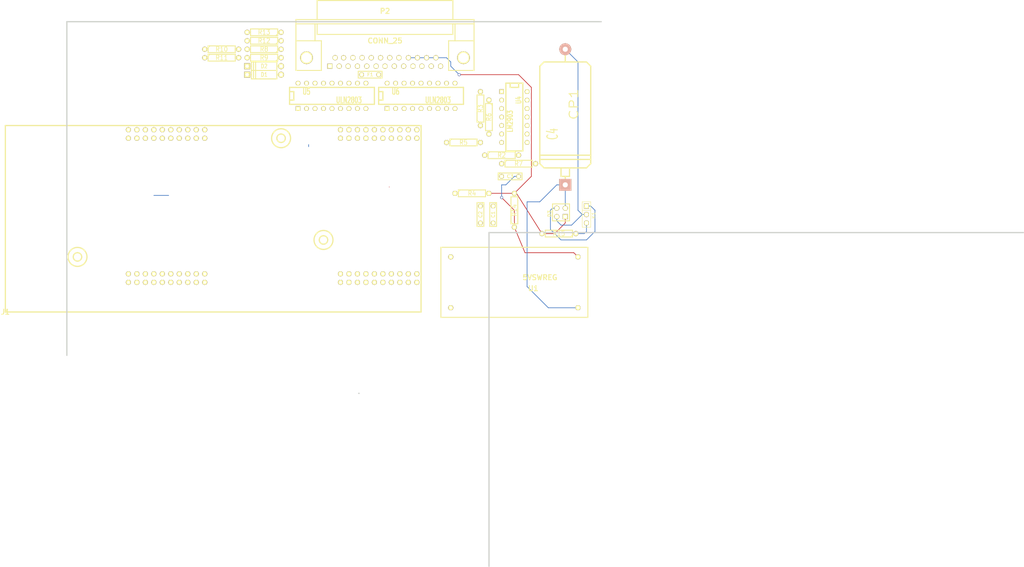
<source format=kicad_pcb>
(kicad_pcb (version 3) (host pcbnew "(2013-07-07 BZR 4022)-stable")

  (general
    (links 92)
    (no_connects 77)
    (area 39.809419 33.248599 325.094602 152.747901)
    (thickness 1.6002)
    (drawings 5)
    (tracks 59)
    (zones 0)
    (modules 29)
    (nets 51)
  )

  (page A4)
  (layers
    (15 Front signal)
    (0 Back signal)
    (16 B.Adhes user)
    (17 F.Adhes user)
    (18 B.Paste user)
    (19 F.Paste user)
    (20 B.SilkS user)
    (21 F.SilkS user)
    (22 B.Mask user)
    (23 F.Mask user)
    (24 Dwgs.User user)
    (25 Cmts.User user)
    (26 Eco1.User user)
    (27 Eco2.User user)
    (28 Edge.Cuts user)
  )

  (setup
    (last_trace_width 0.2032)
    (trace_clearance 0.254)
    (zone_clearance 0.508)
    (zone_45_only no)
    (trace_min 0.2032)
    (segment_width 0.381)
    (edge_width 0.381)
    (via_size 0.889)
    (via_drill 0.635)
    (via_min_size 0.889)
    (via_min_drill 0.508)
    (uvia_size 0.508)
    (uvia_drill 0.127)
    (uvias_allowed no)
    (uvia_min_size 0.508)
    (uvia_min_drill 0.127)
    (pcb_text_width 0.3048)
    (pcb_text_size 1.524 2.032)
    (mod_edge_width 0.381)
    (mod_text_size 1.524 1.524)
    (mod_text_width 0.3048)
    (pad_size 1.524 1.524)
    (pad_drill 0.8128)
    (pad_to_mask_clearance 0.254)
    (aux_axis_origin 0 0)
    (visible_elements 7FFFFFFF)
    (pcbplotparams
      (layerselection 3178497)
      (usegerberextensions true)
      (excludeedgelayer true)
      (linewidth 0.150000)
      (plotframeref false)
      (viasonmask false)
      (mode 1)
      (useauxorigin false)
      (hpglpennumber 1)
      (hpglpenspeed 20)
      (hpglpendiameter 15)
      (hpglpenoverlay 0)
      (psnegative false)
      (psa4output false)
      (plotreference true)
      (plotvalue true)
      (plotothertext true)
      (plotinvisibletext false)
      (padsonsilk false)
      (subtractmaskfromsilk false)
      (outputformat 1)
      (mirror false)
      (drillshape 1)
      (scaleselection 1)
      (outputdirectory ""))
  )

  (net 0 "")
  (net 1 +24V)
  (net 2 +5V)
  (net 3 /30mV)
  (net 4 /640mV)
  (net 5 GND)
  (net 6 GNDA)
  (net 7 N-000001)
  (net 8 N-00000100)
  (net 9 N-00000101)
  (net 10 N-00000102)
  (net 11 N-00000104)
  (net 12 N-00000105)
  (net 13 N-00000106)
  (net 14 N-00000107)
  (net 15 N-00000109)
  (net 16 N-00000110)
  (net 17 N-00000111)
  (net 18 N-00000113)
  (net 19 N-0000015)
  (net 20 N-0000016)
  (net 21 N-000002)
  (net 22 N-0000024)
  (net 23 N-0000029)
  (net 24 N-000003)
  (net 25 N-0000030)
  (net 26 N-0000031)
  (net 27 N-0000034)
  (net 28 N-0000035)
  (net 29 N-0000036)
  (net 30 N-0000037)
  (net 31 N-0000038)
  (net 32 N-0000039)
  (net 33 N-000004)
  (net 34 N-0000040)
  (net 35 N-0000041)
  (net 36 N-0000042)
  (net 37 N-0000043)
  (net 38 N-0000044)
  (net 39 N-0000046)
  (net 40 N-0000047)
  (net 41 N-0000048)
  (net 42 N-0000049)
  (net 43 N-000005)
  (net 44 N-0000050)
  (net 45 N-000006)
  (net 46 N-000007)
  (net 47 N-0000078)
  (net 48 N-0000093)
  (net 49 N-0000096)
  (net 50 N-0000097)

  (net_class Default "This is the default net class."
    (clearance 0.254)
    (trace_width 0.2032)
    (via_dia 0.889)
    (via_drill 0.635)
    (uvia_dia 0.508)
    (uvia_drill 0.127)
    (add_net "")
    (add_net +24V)
    (add_net +5V)
    (add_net /30mV)
    (add_net /640mV)
    (add_net GND)
    (add_net GNDA)
    (add_net N-000001)
    (add_net N-00000100)
    (add_net N-00000101)
    (add_net N-00000102)
    (add_net N-00000104)
    (add_net N-00000105)
    (add_net N-00000106)
    (add_net N-00000107)
    (add_net N-00000109)
    (add_net N-00000110)
    (add_net N-00000111)
    (add_net N-00000113)
    (add_net N-0000015)
    (add_net N-0000016)
    (add_net N-000002)
    (add_net N-0000024)
    (add_net N-0000029)
    (add_net N-000003)
    (add_net N-0000030)
    (add_net N-0000031)
    (add_net N-0000034)
    (add_net N-0000035)
    (add_net N-0000036)
    (add_net N-0000037)
    (add_net N-0000038)
    (add_net N-0000039)
    (add_net N-000004)
    (add_net N-0000040)
    (add_net N-0000041)
    (add_net N-0000042)
    (add_net N-0000043)
    (add_net N-0000044)
    (add_net N-0000046)
    (add_net N-0000047)
    (add_net N-0000048)
    (add_net N-0000049)
    (add_net N-000005)
    (add_net N-0000050)
    (add_net N-000006)
    (add_net N-000007)
    (add_net N-0000078)
    (add_net N-0000093)
    (add_net N-0000096)
    (add_net N-0000097)
  )

  (module R4 (layer Front) (tedit 200000) (tstamp 5307D715)
    (at 86.36 50.8)
    (descr "Resitance 4 pas")
    (tags R)
    (path /5307B662)
    (autoplace_cost180 10)
    (fp_text reference R11 (at 0 0) (layer F.SilkS)
      (effects (font (size 1.397 1.27) (thickness 0.2032)))
    )
    (fp_text value 8k2 (at 0 0) (layer F.SilkS) hide
      (effects (font (size 1.397 1.27) (thickness 0.2032)))
    )
    (fp_line (start -5.08 0) (end -4.064 0) (layer F.SilkS) (width 0.3048))
    (fp_line (start -4.064 0) (end -4.064 -1.016) (layer F.SilkS) (width 0.3048))
    (fp_line (start -4.064 -1.016) (end 4.064 -1.016) (layer F.SilkS) (width 0.3048))
    (fp_line (start 4.064 -1.016) (end 4.064 1.016) (layer F.SilkS) (width 0.3048))
    (fp_line (start 4.064 1.016) (end -4.064 1.016) (layer F.SilkS) (width 0.3048))
    (fp_line (start -4.064 1.016) (end -4.064 0) (layer F.SilkS) (width 0.3048))
    (fp_line (start -4.064 -0.508) (end -3.556 -1.016) (layer F.SilkS) (width 0.3048))
    (fp_line (start 5.08 0) (end 4.064 0) (layer F.SilkS) (width 0.3048))
    (pad 1 thru_hole circle (at -5.08 0) (size 1.524 1.524) (drill 0.8128)
      (layers *.Cu *.Mask F.SilkS)
      (net 2 +5V)
    )
    (pad 2 thru_hole circle (at 5.08 0) (size 1.524 1.524) (drill 0.8128)
      (layers *.Cu *.Mask F.SilkS)
      (net 38 N-0000044)
    )
    (model discret/resistor.wrl
      (at (xyz 0 0 0))
      (scale (xyz 0.4 0.4 0.4))
      (rotate (xyz 0 0 0))
    )
  )

  (module R4 (layer Front) (tedit 200000) (tstamp 5307D717)
    (at 175.26 82.55)
    (descr "Resitance 4 pas")
    (tags R)
    (path /52D85728)
    (autoplace_cost180 10)
    (fp_text reference R7 (at 0 0) (layer F.SilkS)
      (effects (font (size 1.397 1.27) (thickness 0.2032)))
    )
    (fp_text value R (at 0 0) (layer F.SilkS) hide
      (effects (font (size 1.397 1.27) (thickness 0.2032)))
    )
    (fp_line (start -5.08 0) (end -4.064 0) (layer F.SilkS) (width 0.3048))
    (fp_line (start -4.064 0) (end -4.064 -1.016) (layer F.SilkS) (width 0.3048))
    (fp_line (start -4.064 -1.016) (end 4.064 -1.016) (layer F.SilkS) (width 0.3048))
    (fp_line (start 4.064 -1.016) (end 4.064 1.016) (layer F.SilkS) (width 0.3048))
    (fp_line (start 4.064 1.016) (end -4.064 1.016) (layer F.SilkS) (width 0.3048))
    (fp_line (start -4.064 1.016) (end -4.064 0) (layer F.SilkS) (width 0.3048))
    (fp_line (start -4.064 -0.508) (end -3.556 -1.016) (layer F.SilkS) (width 0.3048))
    (fp_line (start 5.08 0) (end 4.064 0) (layer F.SilkS) (width 0.3048))
    (pad 1 thru_hole circle (at -5.08 0) (size 1.524 1.524) (drill 0.8128)
      (layers *.Cu *.Mask F.SilkS)
      (net 3 /30mV)
    )
    (pad 2 thru_hole circle (at 5.08 0) (size 1.524 1.524) (drill 0.8128)
      (layers *.Cu *.Mask F.SilkS)
      (net 5 GND)
    )
    (model discret/resistor.wrl
      (at (xyz 0 0 0))
      (scale (xyz 0.4 0.4 0.4))
      (rotate (xyz 0 0 0))
    )
  )

  (module R4 (layer Front) (tedit 200000) (tstamp 5307D719)
    (at 166.37 68.58 270)
    (descr "Resitance 4 pas")
    (tags R)
    (path /52D856FC)
    (autoplace_cost180 10)
    (fp_text reference R6 (at 0 0 270) (layer F.SilkS)
      (effects (font (size 1.397 1.27) (thickness 0.2032)))
    )
    (fp_text value R (at 0 0 270) (layer F.SilkS) hide
      (effects (font (size 1.397 1.27) (thickness 0.2032)))
    )
    (fp_line (start -5.08 0) (end -4.064 0) (layer F.SilkS) (width 0.3048))
    (fp_line (start -4.064 0) (end -4.064 -1.016) (layer F.SilkS) (width 0.3048))
    (fp_line (start -4.064 -1.016) (end 4.064 -1.016) (layer F.SilkS) (width 0.3048))
    (fp_line (start 4.064 -1.016) (end 4.064 1.016) (layer F.SilkS) (width 0.3048))
    (fp_line (start 4.064 1.016) (end -4.064 1.016) (layer F.SilkS) (width 0.3048))
    (fp_line (start -4.064 1.016) (end -4.064 0) (layer F.SilkS) (width 0.3048))
    (fp_line (start -4.064 -0.508) (end -3.556 -1.016) (layer F.SilkS) (width 0.3048))
    (fp_line (start 5.08 0) (end 4.064 0) (layer F.SilkS) (width 0.3048))
    (pad 1 thru_hole circle (at -5.08 0 270) (size 1.524 1.524) (drill 0.8128)
      (layers *.Cu *.Mask F.SilkS)
      (net 4 /640mV)
    )
    (pad 2 thru_hole circle (at 5.08 0 270) (size 1.524 1.524) (drill 0.8128)
      (layers *.Cu *.Mask F.SilkS)
      (net 3 /30mV)
    )
    (model discret/resistor.wrl
      (at (xyz 0 0 0))
      (scale (xyz 0.4 0.4 0.4))
      (rotate (xyz 0 0 0))
    )
  )

  (module R4 (layer Front) (tedit 200000) (tstamp 5307D71B)
    (at 158.75 76.2)
    (descr "Resitance 4 pas")
    (tags R)
    (path /52D85701)
    (autoplace_cost180 10)
    (fp_text reference R5 (at 0 0) (layer F.SilkS)
      (effects (font (size 1.397 1.27) (thickness 0.2032)))
    )
    (fp_text value R (at 0 0) (layer F.SilkS) hide
      (effects (font (size 1.397 1.27) (thickness 0.2032)))
    )
    (fp_line (start -5.08 0) (end -4.064 0) (layer F.SilkS) (width 0.3048))
    (fp_line (start -4.064 0) (end -4.064 -1.016) (layer F.SilkS) (width 0.3048))
    (fp_line (start -4.064 -1.016) (end 4.064 -1.016) (layer F.SilkS) (width 0.3048))
    (fp_line (start 4.064 -1.016) (end 4.064 1.016) (layer F.SilkS) (width 0.3048))
    (fp_line (start 4.064 1.016) (end -4.064 1.016) (layer F.SilkS) (width 0.3048))
    (fp_line (start -4.064 1.016) (end -4.064 0) (layer F.SilkS) (width 0.3048))
    (fp_line (start -4.064 -0.508) (end -3.556 -1.016) (layer F.SilkS) (width 0.3048))
    (fp_line (start 5.08 0) (end 4.064 0) (layer F.SilkS) (width 0.3048))
    (pad 1 thru_hole circle (at -5.08 0) (size 1.524 1.524) (drill 0.8128)
      (layers *.Cu *.Mask F.SilkS)
    )
    (pad 2 thru_hole circle (at 5.08 0) (size 1.524 1.524) (drill 0.8128)
      (layers *.Cu *.Mask F.SilkS)
      (net 4 /640mV)
    )
    (model discret/resistor.wrl
      (at (xyz 0 0 0))
      (scale (xyz 0.4 0.4 0.4))
      (rotate (xyz 0 0 0))
    )
  )

  (module R4 (layer Front) (tedit 200000) (tstamp 5307D71D)
    (at 161.29 91.44)
    (descr "Resitance 4 pas")
    (tags R)
    (path /52D85050)
    (autoplace_cost180 10)
    (fp_text reference R4 (at 0 0) (layer F.SilkS)
      (effects (font (size 1.397 1.27) (thickness 0.2032)))
    )
    (fp_text value 1R5 (at 0 0) (layer F.SilkS) hide
      (effects (font (size 1.397 1.27) (thickness 0.2032)))
    )
    (fp_line (start -5.08 0) (end -4.064 0) (layer F.SilkS) (width 0.3048))
    (fp_line (start -4.064 0) (end -4.064 -1.016) (layer F.SilkS) (width 0.3048))
    (fp_line (start -4.064 -1.016) (end 4.064 -1.016) (layer F.SilkS) (width 0.3048))
    (fp_line (start 4.064 -1.016) (end 4.064 1.016) (layer F.SilkS) (width 0.3048))
    (fp_line (start 4.064 1.016) (end -4.064 1.016) (layer F.SilkS) (width 0.3048))
    (fp_line (start -4.064 1.016) (end -4.064 0) (layer F.SilkS) (width 0.3048))
    (fp_line (start -4.064 -0.508) (end -3.556 -1.016) (layer F.SilkS) (width 0.3048))
    (fp_line (start 5.08 0) (end 4.064 0) (layer F.SilkS) (width 0.3048))
    (pad 1 thru_hole circle (at -5.08 0) (size 1.524 1.524) (drill 0.8128)
      (layers *.Cu *.Mask F.SilkS)
      (net 26 N-0000031)
    )
    (pad 2 thru_hole circle (at 5.08 0) (size 1.524 1.524) (drill 0.8128)
      (layers *.Cu *.Mask F.SilkS)
      (net 6 GNDA)
    )
    (model discret/resistor.wrl
      (at (xyz 0 0 0))
      (scale (xyz 0.4 0.4 0.4))
      (rotate (xyz 0 0 0))
    )
  )

  (module R4 (layer Front) (tedit 200000) (tstamp 5307D71F)
    (at 163.83 66.04 90)
    (descr "Resitance 4 pas")
    (tags R)
    (path /5307AFDA)
    (autoplace_cost180 10)
    (fp_text reference R3 (at 0 0 90) (layer F.SilkS)
      (effects (font (size 1.397 1.27) (thickness 0.2032)))
    )
    (fp_text value 4k7 (at 0 0 90) (layer F.SilkS) hide
      (effects (font (size 1.397 1.27) (thickness 0.2032)))
    )
    (fp_line (start -5.08 0) (end -4.064 0) (layer F.SilkS) (width 0.3048))
    (fp_line (start -4.064 0) (end -4.064 -1.016) (layer F.SilkS) (width 0.3048))
    (fp_line (start -4.064 -1.016) (end 4.064 -1.016) (layer F.SilkS) (width 0.3048))
    (fp_line (start 4.064 -1.016) (end 4.064 1.016) (layer F.SilkS) (width 0.3048))
    (fp_line (start 4.064 1.016) (end -4.064 1.016) (layer F.SilkS) (width 0.3048))
    (fp_line (start -4.064 1.016) (end -4.064 0) (layer F.SilkS) (width 0.3048))
    (fp_line (start -4.064 -0.508) (end -3.556 -1.016) (layer F.SilkS) (width 0.3048))
    (fp_line (start 5.08 0) (end 4.064 0) (layer F.SilkS) (width 0.3048))
    (pad 1 thru_hole circle (at -5.08 0 90) (size 1.524 1.524) (drill 0.8128)
      (layers *.Cu *.Mask F.SilkS)
      (net 2 +5V)
    )
    (pad 2 thru_hole circle (at 5.08 0 90) (size 1.524 1.524) (drill 0.8128)
      (layers *.Cu *.Mask F.SilkS)
      (net 25 N-0000030)
    )
    (model discret/resistor.wrl
      (at (xyz 0 0 0))
      (scale (xyz 0.4 0.4 0.4))
      (rotate (xyz 0 0 0))
    )
  )

  (module R4 (layer Front) (tedit 200000) (tstamp 5307D721)
    (at 170.18 80.01)
    (descr "Resitance 4 pas")
    (tags R)
    (path /5307AFED)
    (autoplace_cost180 10)
    (fp_text reference R2 (at 0 0) (layer F.SilkS)
      (effects (font (size 1.397 1.27) (thickness 0.2032)))
    )
    (fp_text value 4k7 (at 0 0) (layer F.SilkS) hide
      (effects (font (size 1.397 1.27) (thickness 0.2032)))
    )
    (fp_line (start -5.08 0) (end -4.064 0) (layer F.SilkS) (width 0.3048))
    (fp_line (start -4.064 0) (end -4.064 -1.016) (layer F.SilkS) (width 0.3048))
    (fp_line (start -4.064 -1.016) (end 4.064 -1.016) (layer F.SilkS) (width 0.3048))
    (fp_line (start 4.064 -1.016) (end 4.064 1.016) (layer F.SilkS) (width 0.3048))
    (fp_line (start 4.064 1.016) (end -4.064 1.016) (layer F.SilkS) (width 0.3048))
    (fp_line (start -4.064 1.016) (end -4.064 0) (layer F.SilkS) (width 0.3048))
    (fp_line (start -4.064 -0.508) (end -3.556 -1.016) (layer F.SilkS) (width 0.3048))
    (fp_line (start 5.08 0) (end 4.064 0) (layer F.SilkS) (width 0.3048))
    (pad 1 thru_hole circle (at -5.08 0) (size 1.524 1.524) (drill 0.8128)
      (layers *.Cu *.Mask F.SilkS)
      (net 2 +5V)
    )
    (pad 2 thru_hole circle (at 5.08 0) (size 1.524 1.524) (drill 0.8128)
      (layers *.Cu *.Mask F.SilkS)
      (net 47 N-0000078)
    )
    (model discret/resistor.wrl
      (at (xyz 0 0 0))
      (scale (xyz 0.4 0.4 0.4))
      (rotate (xyz 0 0 0))
    )
  )

  (module R4 (layer Front) (tedit 200000) (tstamp 5307D725)
    (at 86.36 48.26)
    (descr "Resitance 4 pas")
    (tags R)
    (path /5307B661)
    (autoplace_cost180 10)
    (fp_text reference R10 (at 0 0) (layer F.SilkS)
      (effects (font (size 1.397 1.27) (thickness 0.2032)))
    )
    (fp_text value 8k2 (at 0 0) (layer F.SilkS) hide
      (effects (font (size 1.397 1.27) (thickness 0.2032)))
    )
    (fp_line (start -5.08 0) (end -4.064 0) (layer F.SilkS) (width 0.3048))
    (fp_line (start -4.064 0) (end -4.064 -1.016) (layer F.SilkS) (width 0.3048))
    (fp_line (start -4.064 -1.016) (end 4.064 -1.016) (layer F.SilkS) (width 0.3048))
    (fp_line (start 4.064 -1.016) (end 4.064 1.016) (layer F.SilkS) (width 0.3048))
    (fp_line (start 4.064 1.016) (end -4.064 1.016) (layer F.SilkS) (width 0.3048))
    (fp_line (start -4.064 1.016) (end -4.064 0) (layer F.SilkS) (width 0.3048))
    (fp_line (start -4.064 -0.508) (end -3.556 -1.016) (layer F.SilkS) (width 0.3048))
    (fp_line (start 5.08 0) (end 4.064 0) (layer F.SilkS) (width 0.3048))
    (pad 1 thru_hole circle (at -5.08 0) (size 1.524 1.524) (drill 0.8128)
      (layers *.Cu *.Mask F.SilkS)
      (net 2 +5V)
    )
    (pad 2 thru_hole circle (at 5.08 0) (size 1.524 1.524) (drill 0.8128)
      (layers *.Cu *.Mask F.SilkS)
      (net 10 N-00000102)
    )
    (model discret/resistor.wrl
      (at (xyz 0 0 0))
      (scale (xyz 0.4 0.4 0.4))
      (rotate (xyz 0 0 0))
    )
  )

  (module R4 (layer Front) (tedit 200000) (tstamp 5307D727)
    (at 99.06 48.26 180)
    (descr "Resitance 4 pas")
    (tags R)
    (path /5307AE06)
    (autoplace_cost180 10)
    (fp_text reference R8 (at 0 0 180) (layer F.SilkS)
      (effects (font (size 1.397 1.27) (thickness 0.2032)))
    )
    (fp_text value 8k2 (at 0 0 180) (layer F.SilkS) hide
      (effects (font (size 1.397 1.27) (thickness 0.2032)))
    )
    (fp_line (start -5.08 0) (end -4.064 0) (layer F.SilkS) (width 0.3048))
    (fp_line (start -4.064 0) (end -4.064 -1.016) (layer F.SilkS) (width 0.3048))
    (fp_line (start -4.064 -1.016) (end 4.064 -1.016) (layer F.SilkS) (width 0.3048))
    (fp_line (start 4.064 -1.016) (end 4.064 1.016) (layer F.SilkS) (width 0.3048))
    (fp_line (start 4.064 1.016) (end -4.064 1.016) (layer F.SilkS) (width 0.3048))
    (fp_line (start -4.064 1.016) (end -4.064 0) (layer F.SilkS) (width 0.3048))
    (fp_line (start -4.064 -0.508) (end -3.556 -1.016) (layer F.SilkS) (width 0.3048))
    (fp_line (start 5.08 0) (end 4.064 0) (layer F.SilkS) (width 0.3048))
    (pad 1 thru_hole circle (at -5.08 0 180) (size 1.524 1.524) (drill 0.8128)
      (layers *.Cu *.Mask F.SilkS)
      (net 5 GND)
    )
    (pad 2 thru_hole circle (at 5.08 0 180) (size 1.524 1.524) (drill 0.8128)
      (layers *.Cu *.Mask F.SilkS)
      (net 10 N-00000102)
    )
    (model discret/resistor.wrl
      (at (xyz 0 0 0))
      (scale (xyz 0.4 0.4 0.4))
      (rotate (xyz 0 0 0))
    )
  )

  (module R4 (layer Front) (tedit 200000) (tstamp 5307D729)
    (at 99.06 45.72 180)
    (descr "Resitance 4 pas")
    (tags R)
    (path /5307ADDE)
    (autoplace_cost180 10)
    (fp_text reference R12 (at 0 0 180) (layer F.SilkS)
      (effects (font (size 1.397 1.27) (thickness 0.2032)))
    )
    (fp_text value 2k2 (at 0 0 180) (layer F.SilkS) hide
      (effects (font (size 1.397 1.27) (thickness 0.2032)))
    )
    (fp_line (start -5.08 0) (end -4.064 0) (layer F.SilkS) (width 0.3048))
    (fp_line (start -4.064 0) (end -4.064 -1.016) (layer F.SilkS) (width 0.3048))
    (fp_line (start -4.064 -1.016) (end 4.064 -1.016) (layer F.SilkS) (width 0.3048))
    (fp_line (start 4.064 -1.016) (end 4.064 1.016) (layer F.SilkS) (width 0.3048))
    (fp_line (start 4.064 1.016) (end -4.064 1.016) (layer F.SilkS) (width 0.3048))
    (fp_line (start -4.064 1.016) (end -4.064 0) (layer F.SilkS) (width 0.3048))
    (fp_line (start -4.064 -0.508) (end -3.556 -1.016) (layer F.SilkS) (width 0.3048))
    (fp_line (start 5.08 0) (end 4.064 0) (layer F.SilkS) (width 0.3048))
    (pad 1 thru_hole circle (at -5.08 0 180) (size 1.524 1.524) (drill 0.8128)
      (layers *.Cu *.Mask F.SilkS)
      (net 8 N-00000100)
    )
    (pad 2 thru_hole circle (at 5.08 0 180) (size 1.524 1.524) (drill 0.8128)
      (layers *.Cu *.Mask F.SilkS)
      (net 10 N-00000102)
    )
    (model discret/resistor.wrl
      (at (xyz 0 0 0))
      (scale (xyz 0.4 0.4 0.4))
      (rotate (xyz 0 0 0))
    )
  )

  (module R4 (layer Front) (tedit 200000) (tstamp 5307D72B)
    (at 99.06 43.18 180)
    (descr "Resitance 4 pas")
    (tags R)
    (path /5307ADE6)
    (autoplace_cost180 10)
    (fp_text reference R13 (at 0 0 180) (layer F.SilkS)
      (effects (font (size 1.397 1.27) (thickness 0.2032)))
    )
    (fp_text value 2k2 (at 0 0 180) (layer F.SilkS) hide
      (effects (font (size 1.397 1.27) (thickness 0.2032)))
    )
    (fp_line (start -5.08 0) (end -4.064 0) (layer F.SilkS) (width 0.3048))
    (fp_line (start -4.064 0) (end -4.064 -1.016) (layer F.SilkS) (width 0.3048))
    (fp_line (start -4.064 -1.016) (end 4.064 -1.016) (layer F.SilkS) (width 0.3048))
    (fp_line (start 4.064 -1.016) (end 4.064 1.016) (layer F.SilkS) (width 0.3048))
    (fp_line (start 4.064 1.016) (end -4.064 1.016) (layer F.SilkS) (width 0.3048))
    (fp_line (start -4.064 1.016) (end -4.064 0) (layer F.SilkS) (width 0.3048))
    (fp_line (start -4.064 -0.508) (end -3.556 -1.016) (layer F.SilkS) (width 0.3048))
    (fp_line (start 5.08 0) (end 4.064 0) (layer F.SilkS) (width 0.3048))
    (pad 1 thru_hole circle (at -5.08 0 180) (size 1.524 1.524) (drill 0.8128)
      (layers *.Cu *.Mask F.SilkS)
      (net 49 N-0000096)
    )
    (pad 2 thru_hole circle (at 5.08 0 180) (size 1.524 1.524) (drill 0.8128)
      (layers *.Cu *.Mask F.SilkS)
      (net 38 N-0000044)
    )
    (model discret/resistor.wrl
      (at (xyz 0 0 0))
      (scale (xyz 0.4 0.4 0.4))
      (rotate (xyz 0 0 0))
    )
  )

  (module R4 (layer Front) (tedit 200000) (tstamp 5307D72D)
    (at 173.99 96.52 90)
    (descr "Resitance 4 pas")
    (tags R)
    (path /5307AE1F)
    (autoplace_cost180 10)
    (fp_text reference R14 (at 0 0 90) (layer F.SilkS)
      (effects (font (size 1.397 1.27) (thickness 0.2032)))
    )
    (fp_text value 0R (at 0 0 90) (layer F.SilkS) hide
      (effects (font (size 1.397 1.27) (thickness 0.2032)))
    )
    (fp_line (start -5.08 0) (end -4.064 0) (layer F.SilkS) (width 0.3048))
    (fp_line (start -4.064 0) (end -4.064 -1.016) (layer F.SilkS) (width 0.3048))
    (fp_line (start -4.064 -1.016) (end 4.064 -1.016) (layer F.SilkS) (width 0.3048))
    (fp_line (start 4.064 -1.016) (end 4.064 1.016) (layer F.SilkS) (width 0.3048))
    (fp_line (start 4.064 1.016) (end -4.064 1.016) (layer F.SilkS) (width 0.3048))
    (fp_line (start -4.064 1.016) (end -4.064 0) (layer F.SilkS) (width 0.3048))
    (fp_line (start -4.064 -0.508) (end -3.556 -1.016) (layer F.SilkS) (width 0.3048))
    (fp_line (start 5.08 0) (end 4.064 0) (layer F.SilkS) (width 0.3048))
    (pad 1 thru_hole circle (at -5.08 0 90) (size 1.524 1.524) (drill 0.8128)
      (layers *.Cu *.Mask F.SilkS)
      (net 5 GND)
    )
    (pad 2 thru_hole circle (at 5.08 0 90) (size 1.524 1.524) (drill 0.8128)
      (layers *.Cu *.Mask F.SilkS)
      (net 6 GNDA)
    )
    (model discret/resistor.wrl
      (at (xyz 0 0 0))
      (scale (xyz 0.4 0.4 0.4))
      (rotate (xyz 0 0 0))
    )
  )

  (module R4 (layer Front) (tedit 200000) (tstamp 5307D72F)
    (at 187.325 103.505 180)
    (descr "Resitance 4 pas")
    (tags R)
    (path /5307AD92)
    (autoplace_cost180 10)
    (fp_text reference R15 (at 0 0 180) (layer F.SilkS)
      (effects (font (size 1.397 1.27) (thickness 0.2032)))
    )
    (fp_text value 0R (at 0 0 180) (layer F.SilkS) hide
      (effects (font (size 1.397 1.27) (thickness 0.2032)))
    )
    (fp_line (start -5.08 0) (end -4.064 0) (layer F.SilkS) (width 0.3048))
    (fp_line (start -4.064 0) (end -4.064 -1.016) (layer F.SilkS) (width 0.3048))
    (fp_line (start -4.064 -1.016) (end 4.064 -1.016) (layer F.SilkS) (width 0.3048))
    (fp_line (start 4.064 -1.016) (end 4.064 1.016) (layer F.SilkS) (width 0.3048))
    (fp_line (start 4.064 1.016) (end -4.064 1.016) (layer F.SilkS) (width 0.3048))
    (fp_line (start -4.064 1.016) (end -4.064 0) (layer F.SilkS) (width 0.3048))
    (fp_line (start -4.064 -0.508) (end -3.556 -1.016) (layer F.SilkS) (width 0.3048))
    (fp_line (start 5.08 0) (end 4.064 0) (layer F.SilkS) (width 0.3048))
    (pad 1 thru_hole circle (at -5.08 0 180) (size 1.524 1.524) (drill 0.8128)
      (layers *.Cu *.Mask F.SilkS)
      (net 23 N-0000029)
    )
    (pad 2 thru_hole circle (at 5.08 0 180) (size 1.524 1.524) (drill 0.8128)
      (layers *.Cu *.Mask F.SilkS)
      (net 6 GNDA)
    )
    (model discret/resistor.wrl
      (at (xyz 0 0 0))
      (scale (xyz 0.4 0.4 0.4))
      (rotate (xyz 0 0 0))
    )
  )

  (module R4 (layer Front) (tedit 200000) (tstamp 5307D731)
    (at 99.06 50.8 180)
    (descr "Resitance 4 pas")
    (tags R)
    (path /5307ADF0)
    (autoplace_cost180 10)
    (fp_text reference R9 (at 0 0 180) (layer F.SilkS)
      (effects (font (size 1.397 1.27) (thickness 0.2032)))
    )
    (fp_text value 8k2 (at 0 0 180) (layer F.SilkS) hide
      (effects (font (size 1.397 1.27) (thickness 0.2032)))
    )
    (fp_line (start -5.08 0) (end -4.064 0) (layer F.SilkS) (width 0.3048))
    (fp_line (start -4.064 0) (end -4.064 -1.016) (layer F.SilkS) (width 0.3048))
    (fp_line (start -4.064 -1.016) (end 4.064 -1.016) (layer F.SilkS) (width 0.3048))
    (fp_line (start 4.064 -1.016) (end 4.064 1.016) (layer F.SilkS) (width 0.3048))
    (fp_line (start 4.064 1.016) (end -4.064 1.016) (layer F.SilkS) (width 0.3048))
    (fp_line (start -4.064 1.016) (end -4.064 0) (layer F.SilkS) (width 0.3048))
    (fp_line (start -4.064 -0.508) (end -3.556 -1.016) (layer F.SilkS) (width 0.3048))
    (fp_line (start 5.08 0) (end 4.064 0) (layer F.SilkS) (width 0.3048))
    (pad 1 thru_hole circle (at -5.08 0 180) (size 1.524 1.524) (drill 0.8128)
      (layers *.Cu *.Mask F.SilkS)
      (net 5 GND)
    )
    (pad 2 thru_hole circle (at 5.08 0 180) (size 1.524 1.524) (drill 0.8128)
      (layers *.Cu *.Mask F.SilkS)
      (net 38 N-0000044)
    )
    (model discret/resistor.wrl
      (at (xyz 0 0 0))
      (scale (xyz 0.4 0.4 0.4))
      (rotate (xyz 0 0 0))
    )
  )

  (module PIN_ARRAY_3X1 (layer Front) (tedit 4C1130E0) (tstamp 5307D732)
    (at 195.58 97.79 270)
    (descr "Connecteur 3 pins")
    (tags "CONN DEV")
    (path /5307AD63)
    (fp_text reference K1 (at 0.254 -2.159 270) (layer F.SilkS)
      (effects (font (size 1.016 1.016) (thickness 0.1524)))
    )
    (fp_text value CONN_3 (at 0 -2.159 270) (layer F.SilkS) hide
      (effects (font (size 1.016 1.016) (thickness 0.1524)))
    )
    (fp_line (start -3.81 1.27) (end -3.81 -1.27) (layer F.SilkS) (width 0.1524))
    (fp_line (start -3.81 -1.27) (end 3.81 -1.27) (layer F.SilkS) (width 0.1524))
    (fp_line (start 3.81 -1.27) (end 3.81 1.27) (layer F.SilkS) (width 0.1524))
    (fp_line (start 3.81 1.27) (end -3.81 1.27) (layer F.SilkS) (width 0.1524))
    (fp_line (start -1.27 -1.27) (end -1.27 1.27) (layer F.SilkS) (width 0.1524))
    (pad 1 thru_hole rect (at -2.54 0 270) (size 1.524 1.524) (drill 1.016)
      (layers *.Cu *.Mask F.SilkS)
      (net 11 N-00000104)
    )
    (pad 2 thru_hole circle (at 0 0 270) (size 1.524 1.524) (drill 1.016)
      (layers *.Cu *.Mask F.SilkS)
      (net 27 N-0000034)
    )
    (pad 3 thru_hole circle (at 2.54 0 270) (size 1.524 1.524) (drill 1.016)
      (layers *.Cu *.Mask F.SilkS)
      (net 23 N-0000029)
    )
    (model pin_array/pins_array_3x1.wrl
      (at (xyz 0 0 0))
      (scale (xyz 1 1 1))
      (rotate (xyz 0 0 0))
    )
  )

  (module PIN_ARRAY_2X2 (layer Front) (tedit 3FAB87D4) (tstamp 5307D733)
    (at 187.96 97.155 90)
    (descr "Double rangee de contacts 2 x 2 pins")
    (tags CONN)
    (path /5307B3E1)
    (fp_text reference D3 (at -0.381 -3.429 90) (layer F.SilkS)
      (effects (font (size 1.016 1.016) (thickness 0.2032)))
    )
    (fp_text value BRIDGE (at 0 3.048 90) (layer F.SilkS) hide
      (effects (font (size 1.016 1.016) (thickness 0.2032)))
    )
    (fp_line (start -2.54 -2.54) (end 2.54 -2.54) (layer F.SilkS) (width 0.3048))
    (fp_line (start 2.54 -2.54) (end 2.54 2.54) (layer F.SilkS) (width 0.3048))
    (fp_line (start 2.54 2.54) (end -2.54 2.54) (layer F.SilkS) (width 0.3048))
    (fp_line (start -2.54 2.54) (end -2.54 -2.54) (layer F.SilkS) (width 0.3048))
    (pad 1 thru_hole rect (at -1.27 1.27 90) (size 1.524 1.524) (drill 1.016)
      (layers *.Cu *.Mask F.SilkS)
      (net 6 GNDA)
    )
    (pad 2 thru_hole circle (at -1.27 -1.27 90) (size 1.524 1.524) (drill 1.016)
      (layers *.Cu *.Mask F.SilkS)
      (net 27 N-0000034)
    )
    (pad 3 thru_hole circle (at 1.27 1.27 90) (size 1.524 1.524) (drill 1.016)
      (layers *.Cu *.Mask F.SilkS)
      (net 1 +24V)
    )
    (pad 4 thru_hole circle (at 1.27 -1.27 90) (size 1.524 1.524) (drill 1.016)
      (layers *.Cu *.Mask F.SilkS)
      (net 11 N-00000104)
    )
    (model pin_array/pins_array_2x2.wrl
      (at (xyz 0 0 0))
      (scale (xyz 1 1 1))
      (rotate (xyz 0 0 0))
    )
  )

  (module DIP-18__300 (layer Front) (tedit 200000) (tstamp 5307D735)
    (at 146.05 62.23)
    (descr "8 pins DIL package, round pads")
    (path /52D84F75)
    (fp_text reference U6 (at -7.62 -1.27) (layer F.SilkS)
      (effects (font (size 1.778 1.143) (thickness 0.28702)))
    )
    (fp_text value ULN2803 (at 5.08 1.27) (layer F.SilkS)
      (effects (font (size 1.778 1.143) (thickness 0.28702)))
    )
    (fp_line (start -12.7 -1.27) (end -11.43 -1.27) (layer F.SilkS) (width 0.381))
    (fp_line (start -11.43 -1.27) (end -11.43 1.27) (layer F.SilkS) (width 0.381))
    (fp_line (start -11.43 1.27) (end -12.7 1.27) (layer F.SilkS) (width 0.381))
    (fp_line (start -12.7 -2.54) (end 12.7 -2.54) (layer F.SilkS) (width 0.381))
    (fp_line (start 12.7 -2.54) (end 12.7 2.54) (layer F.SilkS) (width 0.381))
    (fp_line (start 12.7 2.54) (end -12.7 2.54) (layer F.SilkS) (width 0.381))
    (fp_line (start -12.7 2.54) (end -12.7 -2.54) (layer F.SilkS) (width 0.381))
    (pad 1 thru_hole rect (at -10.16 3.81) (size 1.397 1.397) (drill 0.8128)
      (layers *.Cu *.Mask F.SilkS)
      (net 20 N-0000016)
    )
    (pad 2 thru_hole circle (at -7.62 3.81) (size 1.397 1.397) (drill 0.8128)
      (layers *.Cu *.Mask F.SilkS)
      (net 28 N-0000035)
    )
    (pad 3 thru_hole circle (at -5.08 3.81) (size 1.397 1.397) (drill 0.8128)
      (layers *.Cu *.Mask F.SilkS)
      (net 32 N-0000039)
    )
    (pad 4 thru_hole circle (at -2.54 3.81) (size 1.397 1.397) (drill 0.8128)
      (layers *.Cu *.Mask F.SilkS)
      (net 44 N-0000050)
    )
    (pad 5 thru_hole circle (at 0 3.81) (size 1.397 1.397) (drill 0.8128)
      (layers *.Cu *.Mask F.SilkS)
      (net 42 N-0000049)
    )
    (pad 6 thru_hole circle (at 2.54 3.81) (size 1.397 1.397) (drill 0.8128)
      (layers *.Cu *.Mask F.SilkS)
      (net 41 N-0000048)
    )
    (pad 7 thru_hole circle (at 5.08 3.81) (size 1.397 1.397) (drill 0.8128)
      (layers *.Cu *.Mask F.SilkS)
      (net 40 N-0000047)
    )
    (pad 8 thru_hole circle (at 7.62 3.81) (size 1.397 1.397) (drill 0.8128)
      (layers *.Cu *.Mask F.SilkS)
      (net 39 N-0000046)
    )
    (pad 9 thru_hole circle (at 10.16 3.81) (size 1.397 1.397) (drill 0.8128)
      (layers *.Cu *.Mask F.SilkS)
      (net 26 N-0000031)
    )
    (pad 10 thru_hole circle (at 10.16 -3.81) (size 1.397 1.397) (drill 0.8128)
      (layers *.Cu *.Mask F.SilkS)
      (net 1 +24V)
    )
    (pad 11 thru_hole circle (at 7.62 -3.81) (size 1.397 1.397) (drill 0.8128)
      (layers *.Cu *.Mask F.SilkS)
      (net 17 N-00000111)
    )
    (pad 12 thru_hole circle (at 5.08 -3.81) (size 1.397 1.397) (drill 0.8128)
      (layers *.Cu *.Mask F.SilkS)
      (net 7 N-000001)
    )
    (pad 13 thru_hole circle (at 2.54 -3.81) (size 1.397 1.397) (drill 0.8128)
      (layers *.Cu *.Mask F.SilkS)
      (net 21 N-000002)
    )
    (pad 14 thru_hole circle (at 0 -3.81) (size 1.397 1.397) (drill 0.8128)
      (layers *.Cu *.Mask F.SilkS)
      (net 16 N-00000110)
    )
    (pad 15 thru_hole circle (at -2.54 -3.81) (size 1.397 1.397) (drill 0.8128)
      (layers *.Cu *.Mask F.SilkS)
      (net 14 N-00000107)
    )
    (pad 16 thru_hole circle (at -5.08 -3.81) (size 1.397 1.397) (drill 0.8128)
      (layers *.Cu *.Mask F.SilkS)
      (net 24 N-000003)
    )
    (pad 17 thru_hole circle (at -7.62 -3.81) (size 1.397 1.397) (drill 0.8128)
      (layers *.Cu *.Mask F.SilkS)
      (net 13 N-00000106)
    )
    (pad 18 thru_hole circle (at -10.16 -3.81) (size 1.397 1.397) (drill 0.8128)
      (layers *.Cu *.Mask F.SilkS)
      (net 33 N-000004)
    )
    (model dil/dil_18.wrl
      (at (xyz 0 0 0))
      (scale (xyz 1 1 1))
      (rotate (xyz 0 0 0))
    )
  )

  (module DIP-18__300 (layer Front) (tedit 200000) (tstamp 5307D737)
    (at 119.38 62.23)
    (descr "8 pins DIL package, round pads")
    (path /52D84F64)
    (fp_text reference U5 (at -7.62 -1.27) (layer F.SilkS)
      (effects (font (size 1.778 1.143) (thickness 0.28702)))
    )
    (fp_text value ULN2803 (at 5.08 1.27) (layer F.SilkS)
      (effects (font (size 1.778 1.143) (thickness 0.28702)))
    )
    (fp_line (start -12.7 -1.27) (end -11.43 -1.27) (layer F.SilkS) (width 0.381))
    (fp_line (start -11.43 -1.27) (end -11.43 1.27) (layer F.SilkS) (width 0.381))
    (fp_line (start -11.43 1.27) (end -12.7 1.27) (layer F.SilkS) (width 0.381))
    (fp_line (start -12.7 -2.54) (end 12.7 -2.54) (layer F.SilkS) (width 0.381))
    (fp_line (start 12.7 -2.54) (end 12.7 2.54) (layer F.SilkS) (width 0.381))
    (fp_line (start 12.7 2.54) (end -12.7 2.54) (layer F.SilkS) (width 0.381))
    (fp_line (start -12.7 2.54) (end -12.7 -2.54) (layer F.SilkS) (width 0.381))
    (pad 1 thru_hole rect (at -10.16 3.81) (size 1.397 1.397) (drill 0.8128)
      (layers *.Cu *.Mask F.SilkS)
      (net 29 N-0000036)
    )
    (pad 2 thru_hole circle (at -7.62 3.81) (size 1.397 1.397) (drill 0.8128)
      (layers *.Cu *.Mask F.SilkS)
      (net 30 N-0000037)
    )
    (pad 3 thru_hole circle (at -5.08 3.81) (size 1.397 1.397) (drill 0.8128)
      (layers *.Cu *.Mask F.SilkS)
      (net 31 N-0000038)
    )
    (pad 4 thru_hole circle (at -2.54 3.81) (size 1.397 1.397) (drill 0.8128)
      (layers *.Cu *.Mask F.SilkS)
      (net 34 N-0000040)
    )
    (pad 5 thru_hole circle (at 0 3.81) (size 1.397 1.397) (drill 0.8128)
      (layers *.Cu *.Mask F.SilkS)
      (net 35 N-0000041)
    )
    (pad 6 thru_hole circle (at 2.54 3.81) (size 1.397 1.397) (drill 0.8128)
      (layers *.Cu *.Mask F.SilkS)
      (net 36 N-0000042)
    )
    (pad 7 thru_hole circle (at 5.08 3.81) (size 1.397 1.397) (drill 0.8128)
      (layers *.Cu *.Mask F.SilkS)
      (net 37 N-0000043)
    )
    (pad 8 thru_hole circle (at 7.62 3.81) (size 1.397 1.397) (drill 0.8128)
      (layers *.Cu *.Mask F.SilkS)
      (net 22 N-0000024)
    )
    (pad 9 thru_hole circle (at 10.16 3.81) (size 1.397 1.397) (drill 0.8128)
      (layers *.Cu *.Mask F.SilkS)
      (net 26 N-0000031)
    )
    (pad 10 thru_hole circle (at 10.16 -3.81) (size 1.397 1.397) (drill 0.8128)
      (layers *.Cu *.Mask F.SilkS)
      (net 1 +24V)
    )
    (pad 11 thru_hole circle (at 7.62 -3.81) (size 1.397 1.397) (drill 0.8128)
      (layers *.Cu *.Mask F.SilkS)
      (net 12 N-00000105)
    )
    (pad 12 thru_hole circle (at 5.08 -3.81) (size 1.397 1.397) (drill 0.8128)
      (layers *.Cu *.Mask F.SilkS)
      (net 46 N-000007)
    )
    (pad 13 thru_hole circle (at 2.54 -3.81) (size 1.397 1.397) (drill 0.8128)
      (layers *.Cu *.Mask F.SilkS)
      (net 45 N-000006)
    )
    (pad 14 thru_hole circle (at 0 -3.81) (size 1.397 1.397) (drill 0.8128)
      (layers *.Cu *.Mask F.SilkS)
      (net 48 N-0000093)
    )
    (pad 15 thru_hole circle (at -2.54 -3.81) (size 1.397 1.397) (drill 0.8128)
      (layers *.Cu *.Mask F.SilkS)
      (net 18 N-00000113)
    )
    (pad 16 thru_hole circle (at -5.08 -3.81) (size 1.397 1.397) (drill 0.8128)
      (layers *.Cu *.Mask F.SilkS)
      (net 50 N-0000097)
    )
    (pad 17 thru_hole circle (at -7.62 -3.81) (size 1.397 1.397) (drill 0.8128)
      (layers *.Cu *.Mask F.SilkS)
      (net 43 N-000005)
    )
    (pad 18 thru_hole circle (at -10.16 -3.81) (size 1.397 1.397) (drill 0.8128)
      (layers *.Cu *.Mask F.SilkS)
      (net 9 N-00000101)
    )
    (model dil/dil_18.wrl
      (at (xyz 0 0 0))
      (scale (xyz 1 1 1))
      (rotate (xyz 0 0 0))
    )
  )

  (module DIP-14__300 (layer Front) (tedit 200000) (tstamp 5307D73B)
    (at 173.99 68.58 270)
    (descr "14 pins DIL package, round pads")
    (tags DIL)
    (path /52D856B6)
    (fp_text reference U4 (at -5.08 -1.27 270) (layer F.SilkS)
      (effects (font (size 1.524 1.143) (thickness 0.28702)))
    )
    (fp_text value LM2903 (at 1.27 1.27 270) (layer F.SilkS)
      (effects (font (size 1.524 1.143) (thickness 0.28702)))
    )
    (fp_line (start -10.16 -2.54) (end 10.16 -2.54) (layer F.SilkS) (width 0.381))
    (fp_line (start 10.16 2.54) (end -10.16 2.54) (layer F.SilkS) (width 0.381))
    (fp_line (start -10.16 2.54) (end -10.16 -2.54) (layer F.SilkS) (width 0.381))
    (fp_line (start -10.16 -1.27) (end -8.89 -1.27) (layer F.SilkS) (width 0.381))
    (fp_line (start -8.89 -1.27) (end -8.89 1.27) (layer F.SilkS) (width 0.381))
    (fp_line (start -8.89 1.27) (end -10.16 1.27) (layer F.SilkS) (width 0.381))
    (fp_line (start 10.16 -2.54) (end 10.16 2.54) (layer F.SilkS) (width 0.381))
    (pad 1 thru_hole rect (at -7.62 3.81 270) (size 1.397 1.397) (drill 0.8128)
      (layers *.Cu *.Mask F.SilkS)
      (net 25 N-0000030)
    )
    (pad 2 thru_hole circle (at -5.08 3.81 270) (size 1.397 1.397) (drill 0.8128)
      (layers *.Cu *.Mask F.SilkS)
      (net 26 N-0000031)
    )
    (pad 3 thru_hole circle (at -2.54 3.81 270) (size 1.397 1.397) (drill 0.8128)
      (layers *.Cu *.Mask F.SilkS)
      (net 4 /640mV)
    )
    (pad 4 thru_hole circle (at 0 3.81 270) (size 1.397 1.397) (drill 0.8128)
      (layers *.Cu *.Mask F.SilkS)
      (net 2 +5V)
    )
    (pad 5 thru_hole circle (at 2.54 3.81 270) (size 1.397 1.397) (drill 0.8128)
      (layers *.Cu *.Mask F.SilkS)
      (net 3 /30mV)
    )
    (pad 6 thru_hole circle (at 5.08 3.81 270) (size 1.397 1.397) (drill 0.8128)
      (layers *.Cu *.Mask F.SilkS)
      (net 26 N-0000031)
    )
    (pad 7 thru_hole circle (at 7.62 3.81 270) (size 1.397 1.397) (drill 0.8128)
      (layers *.Cu *.Mask F.SilkS)
      (net 47 N-0000078)
    )
    (pad 8 thru_hole circle (at 7.62 -3.81 270) (size 1.397 1.397) (drill 0.8128)
      (layers *.Cu *.Mask F.SilkS)
      (net 5 GND)
    )
    (pad 9 thru_hole circle (at 5.08 -3.81 270) (size 1.397 1.397) (drill 0.8128)
      (layers *.Cu *.Mask F.SilkS)
    )
    (pad 10 thru_hole circle (at 2.54 -3.81 270) (size 1.397 1.397) (drill 0.8128)
      (layers *.Cu *.Mask F.SilkS)
    )
    (pad 11 thru_hole circle (at 0 -3.81 270) (size 1.397 1.397) (drill 0.8128)
      (layers *.Cu *.Mask F.SilkS)
    )
    (pad 12 thru_hole circle (at -2.54 -3.81 270) (size 1.397 1.397) (drill 0.8128)
      (layers *.Cu *.Mask F.SilkS)
    )
    (pad 13 thru_hole circle (at -5.08 -3.81 270) (size 1.397 1.397) (drill 0.8128)
      (layers *.Cu *.Mask F.SilkS)
    )
    (pad 14 thru_hole circle (at -7.62 -3.81 270) (size 1.397 1.397) (drill 0.8128)
      (layers *.Cu *.Mask F.SilkS)
    )
    (model dil/dil_14.wrl
      (at (xyz 0 0 0))
      (scale (xyz 1 1 1))
      (rotate (xyz 0 0 0))
    )
  )

  (module DB25FC (layer Front) (tedit 200000) (tstamp 5307D73C)
    (at 135.255 52.07)
    (descr "Connecteur DB25 femelle couche")
    (tags "CONN DB25")
    (path /5307A99E)
    (fp_text reference P2 (at 0 -15.24) (layer F.SilkS)
      (effects (font (size 1.524 1.524) (thickness 0.3048)))
    )
    (fp_text value CONN_25 (at 0 -6.35) (layer F.SilkS)
      (effects (font (size 1.524 1.524) (thickness 0.3048)))
    )
    (fp_line (start 26.67 -11.43) (end 26.67 2.54) (layer F.SilkS) (width 0.3048))
    (fp_line (start 19.05 -6.35) (end 19.05 2.54) (layer F.SilkS) (width 0.3048))
    (fp_line (start 20.955 -11.43) (end 20.955 -6.35) (layer F.SilkS) (width 0.3048))
    (fp_line (start -20.955 -11.43) (end -20.955 -6.35) (layer F.SilkS) (width 0.3048))
    (fp_line (start -19.05 -6.35) (end -19.05 2.54) (layer F.SilkS) (width 0.3048))
    (fp_line (start -26.67 2.54) (end -26.67 -11.43) (layer F.SilkS) (width 0.3048))
    (fp_line (start 26.67 -6.35) (end 19.05 -6.35) (layer F.SilkS) (width 0.3048))
    (fp_line (start -26.67 -6.35) (end -19.05 -6.35) (layer F.SilkS) (width 0.3048))
    (fp_line (start 20.32 -8.255) (end 20.32 -11.43) (layer F.SilkS) (width 0.3048))
    (fp_line (start -20.32 -8.255) (end -20.32 -11.43) (layer F.SilkS) (width 0.3048))
    (fp_line (start 20.32 -18.415) (end 20.32 -12.7) (layer F.SilkS) (width 0.3048))
    (fp_line (start -20.32 -18.415) (end -20.32 -12.7) (layer F.SilkS) (width 0.3048))
    (fp_line (start 26.67 -11.43) (end 26.67 -12.7) (layer F.SilkS) (width 0.3048))
    (fp_line (start 26.67 -12.7) (end -26.67 -12.7) (layer F.SilkS) (width 0.3048))
    (fp_line (start -26.67 -12.7) (end -26.67 -11.43) (layer F.SilkS) (width 0.3048))
    (fp_line (start -26.67 -11.43) (end 26.67 -11.43) (layer F.SilkS) (width 0.3048))
    (fp_line (start 19.05 2.54) (end 26.67 2.54) (layer F.SilkS) (width 0.3048))
    (fp_line (start -20.32 -8.255) (end 20.32 -8.255) (layer F.SilkS) (width 0.3048))
    (fp_line (start -20.32 -18.415) (end 20.32 -18.415) (layer F.SilkS) (width 0.3048))
    (fp_line (start -26.67 2.54) (end -19.05 2.54) (layer F.SilkS) (width 0.3048))
    (pad "" thru_hole circle (at 23.495 -1.27) (size 3.81 3.81) (drill 3.048)
      (layers *.Cu *.Mask F.SilkS)
    )
    (pad "" thru_hole circle (at -23.495 -1.27) (size 3.81 3.81) (drill 3.048)
      (layers *.Cu *.Mask F.SilkS)
    )
    (pad 1 thru_hole rect (at -16.51 1.27) (size 1.524 1.524) (drill 1.016)
      (layers *.Cu *.Mask F.SilkS)
      (net 18 N-00000113)
    )
    (pad 2 thru_hole circle (at -13.716 1.27) (size 1.524 1.524) (drill 1.016)
      (layers *.Cu *.Mask F.SilkS)
      (net 48 N-0000093)
    )
    (pad 3 thru_hole circle (at -11.049 1.27) (size 1.524 1.524) (drill 1.016)
      (layers *.Cu *.Mask F.SilkS)
      (net 45 N-000006)
    )
    (pad 4 thru_hole circle (at -8.255 1.27) (size 1.524 1.524) (drill 1.016)
      (layers *.Cu *.Mask F.SilkS)
      (net 46 N-000007)
    )
    (pad 5 thru_hole circle (at -5.461 1.27) (size 1.524 1.524) (drill 1.016)
      (layers *.Cu *.Mask F.SilkS)
      (net 12 N-00000105)
    )
    (pad 6 thru_hole circle (at -2.667 1.27) (size 1.524 1.524) (drill 1.016)
      (layers *.Cu *.Mask F.SilkS)
      (net 33 N-000004)
    )
    (pad 7 thru_hole circle (at 0 1.27) (size 1.524 1.524) (drill 1.016)
      (layers *.Cu *.Mask F.SilkS)
      (net 13 N-00000106)
    )
    (pad 8 thru_hole circle (at 2.794 1.27) (size 1.524 1.524) (drill 1.016)
      (layers *.Cu *.Mask F.SilkS)
      (net 24 N-000003)
    )
    (pad 9 thru_hole circle (at 5.588 1.27) (size 1.524 1.524) (drill 1.016)
      (layers *.Cu *.Mask F.SilkS)
      (net 14 N-00000107)
    )
    (pad 10 thru_hole circle (at 8.382 1.27) (size 1.524 1.524) (drill 1.016)
      (layers *.Cu *.Mask F.SilkS)
      (net 16 N-00000110)
    )
    (pad 11 thru_hole circle (at 11.049 1.27) (size 1.524 1.524) (drill 1.016)
      (layers *.Cu *.Mask F.SilkS)
      (net 21 N-000002)
    )
    (pad 12 thru_hole circle (at 13.843 1.27) (size 1.524 1.524) (drill 1.016)
      (layers *.Cu *.Mask F.SilkS)
      (net 7 N-000001)
    )
    (pad 13 thru_hole circle (at 16.637 1.27) (size 1.524 1.524) (drill 1.016)
      (layers *.Cu *.Mask F.SilkS)
      (net 17 N-00000111)
    )
    (pad 14 thru_hole circle (at -14.9352 -1.27) (size 1.524 1.524) (drill 1.016)
      (layers *.Cu *.Mask F.SilkS)
      (net 50 N-0000097)
    )
    (pad 15 thru_hole circle (at -12.3952 -1.27) (size 1.524 1.524) (drill 1.016)
      (layers *.Cu *.Mask F.SilkS)
      (net 43 N-000005)
    )
    (pad 16 thru_hole circle (at -9.6012 -1.27) (size 1.524 1.524) (drill 1.016)
      (layers *.Cu *.Mask F.SilkS)
      (net 9 N-00000101)
    )
    (pad 17 thru_hole circle (at -6.858 -1.27) (size 1.524 1.524) (drill 1.016)
      (layers *.Cu *.Mask F.SilkS)
      (net 15 N-00000109)
    )
    (pad 18 thru_hole circle (at -4.1148 -1.27) (size 1.524 1.524) (drill 1.016)
      (layers *.Cu *.Mask F.SilkS)
      (net 15 N-00000109)
    )
    (pad 19 thru_hole circle (at -1.3208 -1.27) (size 1.524 1.524) (drill 1.016)
      (layers *.Cu *.Mask F.SilkS)
      (net 8 N-00000100)
    )
    (pad 20 thru_hole circle (at 1.4224 -1.27) (size 1.524 1.524) (drill 1.016)
      (layers *.Cu *.Mask F.SilkS)
      (net 49 N-0000096)
    )
    (pad 21 thru_hole circle (at 4.1656 -1.27) (size 1.524 1.524) (drill 1.016)
      (layers *.Cu *.Mask F.SilkS)
      (net 2 +5V)
    )
    (pad 22 thru_hole circle (at 7.0104 -1.27) (size 1.524 1.524) (drill 1.016)
      (layers *.Cu *.Mask F.SilkS)
      (net 6 GNDA)
    )
    (pad 23 thru_hole circle (at 9.7028 -1.27) (size 1.524 1.524) (drill 1.016)
      (layers *.Cu *.Mask F.SilkS)
      (net 6 GNDA)
    )
    (pad 24 thru_hole circle (at 12.446 -1.27) (size 1.524 1.524) (drill 1.016)
      (layers *.Cu *.Mask F.SilkS)
      (net 6 GNDA)
    )
    (pad 25 thru_hole circle (at 15.24 -1.27) (size 1.524 1.524) (drill 1.016)
      (layers *.Cu *.Mask F.SilkS)
      (net 6 GNDA)
    )
    (model conn_DBxx/db25_female_pin90deg.wrl
      (at (xyz 0 0 0))
      (scale (xyz 1 1 1))
      (rotate (xyz 0 0 0))
    )
  )

  (module D4 (layer Front) (tedit 200000) (tstamp 5307D73D)
    (at 99.06 53.34 180)
    (descr "Diode 4 pas")
    (tags "DIODE DEV")
    (path /5307AE6D)
    (fp_text reference D2 (at 0 0 180) (layer F.SilkS)
      (effects (font (size 1.27 1.016) (thickness 0.2032)))
    )
    (fp_text value 3v3 (at 0 0 180) (layer F.SilkS) hide
      (effects (font (size 1.27 1.016) (thickness 0.2032)))
    )
    (fp_line (start -3.81 -1.27) (end 3.81 -1.27) (layer F.SilkS) (width 0.3048))
    (fp_line (start 3.81 -1.27) (end 3.81 1.27) (layer F.SilkS) (width 0.3048))
    (fp_line (start 3.81 1.27) (end -3.81 1.27) (layer F.SilkS) (width 0.3048))
    (fp_line (start -3.81 1.27) (end -3.81 -1.27) (layer F.SilkS) (width 0.3048))
    (fp_line (start 3.175 -1.27) (end 3.175 1.27) (layer F.SilkS) (width 0.3048))
    (fp_line (start 2.54 1.27) (end 2.54 -1.27) (layer F.SilkS) (width 0.3048))
    (fp_line (start -3.81 0) (end -5.08 0) (layer F.SilkS) (width 0.3048))
    (fp_line (start 3.81 0) (end 5.08 0) (layer F.SilkS) (width 0.3048))
    (pad 1 thru_hole circle (at -5.08 0 180) (size 1.778 1.778) (drill 1.016)
      (layers *.Cu *.Mask F.SilkS)
      (net 5 GND)
    )
    (pad 2 thru_hole rect (at 5.08 0 180) (size 1.778 1.778) (drill 1.016)
      (layers *.Cu *.Mask F.SilkS)
      (net 38 N-0000044)
    )
    (model discret/diode.wrl
      (at (xyz 0 0 0))
      (scale (xyz 0.4 0.4 0.4))
      (rotate (xyz 0 0 0))
    )
  )

  (module D4 (layer Front) (tedit 200000) (tstamp 5307D73F)
    (at 99.06 55.88 180)
    (descr "Diode 4 pas")
    (tags "DIODE DEV")
    (path /5307AE7F)
    (fp_text reference D1 (at 0 0 180) (layer F.SilkS)
      (effects (font (size 1.27 1.016) (thickness 0.2032)))
    )
    (fp_text value 3v3 (at 0 0 180) (layer F.SilkS) hide
      (effects (font (size 1.27 1.016) (thickness 0.2032)))
    )
    (fp_line (start -3.81 -1.27) (end 3.81 -1.27) (layer F.SilkS) (width 0.3048))
    (fp_line (start 3.81 -1.27) (end 3.81 1.27) (layer F.SilkS) (width 0.3048))
    (fp_line (start 3.81 1.27) (end -3.81 1.27) (layer F.SilkS) (width 0.3048))
    (fp_line (start -3.81 1.27) (end -3.81 -1.27) (layer F.SilkS) (width 0.3048))
    (fp_line (start 3.175 -1.27) (end 3.175 1.27) (layer F.SilkS) (width 0.3048))
    (fp_line (start 2.54 1.27) (end 2.54 -1.27) (layer F.SilkS) (width 0.3048))
    (fp_line (start -3.81 0) (end -5.08 0) (layer F.SilkS) (width 0.3048))
    (fp_line (start 3.81 0) (end 5.08 0) (layer F.SilkS) (width 0.3048))
    (pad 1 thru_hole circle (at -5.08 0 180) (size 1.778 1.778) (drill 1.016)
      (layers *.Cu *.Mask F.SilkS)
      (net 5 GND)
    )
    (pad 2 thru_hole rect (at 5.08 0 180) (size 1.778 1.778) (drill 1.016)
      (layers *.Cu *.Mask F.SilkS)
      (net 10 N-00000102)
    )
    (model discret/diode.wrl
      (at (xyz 0 0 0))
      (scale (xyz 0.4 0.4 0.4))
      (rotate (xyz 0 0 0))
    )
  )

  (module CP16 (layer Front) (tedit 200000) (tstamp 5307D740)
    (at 189.23 68.58 90)
    (descr "Condensateur polarise")
    (tags CP)
    (path /5307B4AF)
    (fp_text reference C4 (at -5.08 -3.81 90) (layer F.SilkS)
      (effects (font (size 3.13944 1.81864) (thickness 0.3048)))
    )
    (fp_text value CP1 (at 3.81 2.54 90) (layer F.SilkS)
      (effects (font (size 2.5527 3.2004) (thickness 0.3048)))
    )
    (fp_line (start -15.24 2.54) (end -15.24 -6.35) (layer F.SilkS) (width 0.381))
    (fp_line (start 16.51 5.08) (end 16.51 -6.35) (layer F.SilkS) (width 0.381))
    (fp_line (start 16.51 -6.35) (end 15.24 -7.62) (layer F.SilkS) (width 0.381))
    (fp_line (start 15.24 -7.62) (end -13.97 -7.62) (layer F.SilkS) (width 0.381))
    (fp_line (start 16.51 5.08) (end 16.51 6.35) (layer F.SilkS) (width 0.381))
    (fp_line (start 16.51 6.35) (end 15.24 7.62) (layer F.SilkS) (width 0.381))
    (fp_line (start 15.24 7.62) (end -13.97 7.62) (layer F.SilkS) (width 0.381))
    (fp_line (start -13.97 7.62) (end -15.24 6.35) (layer F.SilkS) (width 0.381))
    (fp_line (start -15.24 6.35) (end -15.24 2.54) (layer F.SilkS) (width 0.381))
    (fp_line (start -17.78 0) (end -20.32 0) (layer F.SilkS) (width 0.381))
    (fp_line (start 20.32 0) (end 16.51 0) (layer F.SilkS) (width 0.381))
    (fp_line (start -12.7 7.62) (end -12.7 -7.62) (layer F.SilkS) (width 0.381))
    (fp_line (start -11.43 7.62) (end -11.43 -7.62) (layer F.SilkS) (width 0.381))
    (fp_line (start -15.24 -1.27) (end -17.78 -1.27) (layer F.SilkS) (width 0.381))
    (fp_line (start -17.78 -1.27) (end -17.78 1.27) (layer F.SilkS) (width 0.381))
    (fp_line (start -17.78 1.27) (end -15.24 1.27) (layer F.SilkS) (width 0.381))
    (fp_line (start -15.24 -6.35) (end -13.97 -7.62) (layer F.SilkS) (width 0.381))
    (pad 1 thru_hole rect (at -20.32 0 90) (size 3.556 3.556) (drill 1.524)
      (layers *.Cu *.SilkS *.Mask)
      (net 1 +24V)
    )
    (pad 2 thru_hole circle (at 20.32 0 90) (size 3.556 3.556) (drill 1.524)
      (layers *.Cu *.SilkS *.Mask)
      (net 27 N-0000034)
    )
    (model discret/c_pol.wrl
      (at (xyz 0 0 0))
      (scale (xyz 1.6 1.6 1.6))
      (rotate (xyz 0 0 0))
    )
  )

  (module C2 (layer Front) (tedit 200000) (tstamp 5307D741)
    (at 130.81 55.88 180)
    (descr "Condensateur = 2 pas")
    (tags C)
    (path /5307B518)
    (fp_text reference F1 (at 0 0 180) (layer F.SilkS)
      (effects (font (size 1.016 1.016) (thickness 0.2032)))
    )
    (fp_text value FUSE (at 0 0 180) (layer F.SilkS) hide
      (effects (font (size 1.016 1.016) (thickness 0.2032)))
    )
    (fp_line (start -3.556 -1.016) (end 3.556 -1.016) (layer F.SilkS) (width 0.3048))
    (fp_line (start 3.556 -1.016) (end 3.556 1.016) (layer F.SilkS) (width 0.3048))
    (fp_line (start 3.556 1.016) (end -3.556 1.016) (layer F.SilkS) (width 0.3048))
    (fp_line (start -3.556 1.016) (end -3.556 -1.016) (layer F.SilkS) (width 0.3048))
    (fp_line (start -3.556 -0.508) (end -3.048 -1.016) (layer F.SilkS) (width 0.3048))
    (pad 1 thru_hole circle (at -2.54 0 180) (size 1.397 1.397) (drill 0.8128)
      (layers *.Cu *.Mask F.SilkS)
      (net 1 +24V)
    )
    (pad 2 thru_hole circle (at 2.54 0 180) (size 1.397 1.397) (drill 0.8128)
      (layers *.Cu *.Mask F.SilkS)
      (net 15 N-00000109)
    )
    (model discret/capa_2pas_5x5mm.wrl
      (at (xyz 0 0 0))
      (scale (xyz 1 1 1))
      (rotate (xyz 0 0 0))
    )
  )

  (module C2 (layer Front) (tedit 200000) (tstamp 5307D743)
    (at 172.72 86.36)
    (descr "Condensateur = 2 pas")
    (tags C)
    (path /5307BD3A)
    (fp_text reference C3 (at 0 0) (layer F.SilkS)
      (effects (font (size 1.016 1.016) (thickness 0.2032)))
    )
    (fp_text value C (at 0 0) (layer F.SilkS) hide
      (effects (font (size 1.016 1.016) (thickness 0.2032)))
    )
    (fp_line (start -3.556 -1.016) (end 3.556 -1.016) (layer F.SilkS) (width 0.3048))
    (fp_line (start 3.556 -1.016) (end 3.556 1.016) (layer F.SilkS) (width 0.3048))
    (fp_line (start 3.556 1.016) (end -3.556 1.016) (layer F.SilkS) (width 0.3048))
    (fp_line (start -3.556 1.016) (end -3.556 -1.016) (layer F.SilkS) (width 0.3048))
    (fp_line (start -3.556 -0.508) (end -3.048 -1.016) (layer F.SilkS) (width 0.3048))
    (pad 1 thru_hole circle (at -2.54 0) (size 1.397 1.397) (drill 0.8128)
      (layers *.Cu *.Mask F.SilkS)
      (net 2 +5V)
    )
    (pad 2 thru_hole circle (at 2.54 0) (size 1.397 1.397) (drill 0.8128)
      (layers *.Cu *.Mask F.SilkS)
      (net 5 GND)
    )
    (model discret/capa_2pas_5x5mm.wrl
      (at (xyz 0 0 0))
      (scale (xyz 1 1 1))
      (rotate (xyz 0 0 0))
    )
  )

  (module C2 (layer Front) (tedit 200000) (tstamp 5307D745)
    (at 163.83 97.79 270)
    (descr "Condensateur = 2 pas")
    (tags C)
    (path /5307BD32)
    (fp_text reference C2 (at 0 0 270) (layer F.SilkS)
      (effects (font (size 1.016 1.016) (thickness 0.2032)))
    )
    (fp_text value C (at 0 0 270) (layer F.SilkS) hide
      (effects (font (size 1.016 1.016) (thickness 0.2032)))
    )
    (fp_line (start -3.556 -1.016) (end 3.556 -1.016) (layer F.SilkS) (width 0.3048))
    (fp_line (start 3.556 -1.016) (end 3.556 1.016) (layer F.SilkS) (width 0.3048))
    (fp_line (start 3.556 1.016) (end -3.556 1.016) (layer F.SilkS) (width 0.3048))
    (fp_line (start -3.556 1.016) (end -3.556 -1.016) (layer F.SilkS) (width 0.3048))
    (fp_line (start -3.556 -0.508) (end -3.048 -1.016) (layer F.SilkS) (width 0.3048))
    (pad 1 thru_hole circle (at -2.54 0 270) (size 1.397 1.397) (drill 0.8128)
      (layers *.Cu *.Mask F.SilkS)
      (net 2 +5V)
    )
    (pad 2 thru_hole circle (at 2.54 0 270) (size 1.397 1.397) (drill 0.8128)
      (layers *.Cu *.Mask F.SilkS)
      (net 5 GND)
    )
    (model discret/capa_2pas_5x5mm.wrl
      (at (xyz 0 0 0))
      (scale (xyz 1 1 1))
      (rotate (xyz 0 0 0))
    )
  )

  (module C2 (layer Front) (tedit 200000) (tstamp 5307D747)
    (at 167.64 97.79 270)
    (descr "Condensateur = 2 pas")
    (tags C)
    (path /5307BD28)
    (fp_text reference C1 (at 0 0 270) (layer F.SilkS)
      (effects (font (size 1.016 1.016) (thickness 0.2032)))
    )
    (fp_text value C (at 0 0 270) (layer F.SilkS) hide
      (effects (font (size 1.016 1.016) (thickness 0.2032)))
    )
    (fp_line (start -3.556 -1.016) (end 3.556 -1.016) (layer F.SilkS) (width 0.3048))
    (fp_line (start 3.556 -1.016) (end 3.556 1.016) (layer F.SilkS) (width 0.3048))
    (fp_line (start 3.556 1.016) (end -3.556 1.016) (layer F.SilkS) (width 0.3048))
    (fp_line (start -3.556 1.016) (end -3.556 -1.016) (layer F.SilkS) (width 0.3048))
    (fp_line (start -3.556 -0.508) (end -3.048 -1.016) (layer F.SilkS) (width 0.3048))
    (pad 1 thru_hole circle (at -2.54 0 270) (size 1.397 1.397) (drill 0.8128)
      (layers *.Cu *.Mask F.SilkS)
      (net 2 +5V)
    )
    (pad 2 thru_hole circle (at 2.54 0 270) (size 1.397 1.397) (drill 0.8128)
      (layers *.Cu *.Mask F.SilkS)
      (net 5 GND)
    )
    (model discret/capa_2pas_5x5mm.wrl
      (at (xyz 0 0 0))
      (scale (xyz 1 1 1))
      (rotate (xyz 0 0 0))
    )
  )

  (module SWREG-X4 (layer Front) (tedit 513DB74F) (tstamp 5307D748)
    (at 173.99 118.11 180)
    (path /5307B5CD)
    (fp_text reference U1 (at -5.6515 -1.8415 180) (layer F.SilkS)
      (effects (font (size 1.524 1.524) (thickness 0.3048)))
    )
    (fp_text value 5VSWREG (at -7.6581 1.4605 180) (layer F.SilkS)
      (effects (font (size 1.524 1.524) (thickness 0.3048)))
    )
    (fp_line (start -21.99894 -10.50036) (end -21.99894 10.50036) (layer F.SilkS) (width 0.3048))
    (fp_line (start -21.99894 10.50036) (end 21.99894 10.50036) (layer F.SilkS) (width 0.3048))
    (fp_line (start 21.99894 10.50036) (end 21.99894 -10.50036) (layer F.SilkS) (width 0.3048))
    (fp_line (start 21.99894 -10.50036) (end -21.99894 -10.50036) (layer F.SilkS) (width 0.3048))
    (pad 1 thru_hole circle (at -19.05 7.62 180) (size 1.524 1.524) (drill 0.8128)
      (layers *.Cu *.Mask F.SilkS)
      (net 5 GND)
    )
    (pad 2 thru_hole circle (at 19.05 7.62 180) (size 1.524 1.524) (drill 0.8128)
      (layers *.Cu *.Mask F.SilkS)
      (net 5 GND)
    )
    (pad 3 thru_hole circle (at 19.05 -7.62 180) (size 1.524 1.524) (drill 0.8128)
      (layers *.Cu *.Mask F.SilkS)
      (net 19 N-0000015)
    )
    (pad 4 thru_hole circle (at -19.05 -7.62 180) (size 1.524 1.524) (drill 0.8128)
      (layers *.Cu *.Mask F.SilkS)
      (net 1 +24V)
    )
  )

  (module Conn_Launch_Pad (layer Front) (tedit 549F45C4) (tstamp 549F5090)
    (at 21.59 127)
    (path /549F3E7C)
    (fp_text reference J1 (at 0 0) (layer F.SilkS)
      (effects (font (size 1.524 1.524) (thickness 0.3048)))
    )
    (fp_text value TI_CONN_LAUNCHPAD (at 0 0) (layer F.SilkS) hide
      (effects (font (size 1.524 1.524) (thickness 0.3048)))
    )
    (fp_circle (center 95.25 -21.59) (end 97.79 -22.86) (layer F.SilkS) (width 0.381))
    (fp_circle (center 95.25 -21.59) (end 96.52 -21.59) (layer F.SilkS) (width 0.381))
    (fp_circle (center 82.55 -52.07) (end 85.09 -53.34) (layer F.SilkS) (width 0.381))
    (fp_circle (center 82.55 -52.07) (end 83.82 -52.07) (layer F.SilkS) (width 0.381))
    (fp_circle (center 21.59 -16.51) (end 24.13 -17.78) (layer F.SilkS) (width 0.381))
    (fp_circle (center 21.59 -16.51) (end 22.86 -16.51) (layer F.SilkS) (width 0.381))
    (fp_line (start 0 0) (end 0 -55.88) (layer F.SilkS) (width 0.381))
    (fp_line (start 0 0) (end 124.46 0) (layer F.SilkS) (width 0.381))
    (fp_line (start 124.46 0) (end 124.46 -55.88) (layer F.SilkS) (width 0.381))
    (fp_line (start 0 -55.88) (end 124.46 -55.88) (layer F.SilkS) (width 0.381))
    (pad 71 thru_hole circle (at 36.83 -54.61) (size 1.524 1.524) (drill 0.8128)
      (layers *.Cu *.Mask F.SilkS)
    )
    (pad 72 thru_hole circle (at 39.37 -54.61) (size 1.524 1.524) (drill 0.8128)
      (layers *.Cu *.Mask F.SilkS)
    )
    (pad 73 thru_hole circle (at 41.91 -54.61) (size 1.524 1.524) (drill 0.8128)
      (layers *.Cu *.Mask F.SilkS)
      (net 42 N-0000049)
    )
    (pad 74 thru_hole circle (at 44.45 -54.61) (size 1.524 1.524) (drill 0.8128)
      (layers *.Cu *.Mask F.SilkS)
      (net 44 N-0000050)
    )
    (pad 75 thru_hole circle (at 46.99 -54.61) (size 1.524 1.524) (drill 0.8128)
      (layers *.Cu *.Mask F.SilkS)
    )
    (pad 76 thru_hole circle (at 49.53 -54.61) (size 1.524 1.524) (drill 0.8128)
      (layers *.Cu *.Mask F.SilkS)
    )
    (pad 77 thru_hole circle (at 52.07 -54.61) (size 1.524 1.524) (drill 0.8128)
      (layers *.Cu *.Mask F.SilkS)
    )
    (pad 78 thru_hole circle (at 54.61 -54.61) (size 1.524 1.524) (drill 0.8128)
      (layers *.Cu *.Mask F.SilkS)
      (net 32 N-0000039)
    )
    (pad 79 thru_hole circle (at 57.15 -54.61) (size 1.524 1.524) (drill 0.8128)
      (layers *.Cu *.Mask F.SilkS)
      (net 28 N-0000035)
    )
    (pad 80 thru_hole circle (at 59.69 -54.61) (size 1.524 1.524) (drill 0.8128)
      (layers *.Cu *.Mask F.SilkS)
      (net 20 N-0000016)
    )
    (pad 61 thru_hole circle (at 36.83 -52.07) (size 1.524 1.524) (drill 0.8128)
      (layers *.Cu *.Mask F.SilkS)
    )
    (pad 62 thru_hole circle (at 39.37 -52.07) (size 1.524 1.524) (drill 0.8128)
      (layers *.Cu *.Mask F.SilkS)
    )
    (pad 63 thru_hole circle (at 41.91 -52.07) (size 1.524 1.524) (drill 0.8128)
      (layers *.Cu *.Mask F.SilkS)
    )
    (pad 64 thru_hole circle (at 44.45 -52.07) (size 1.524 1.524) (drill 0.8128)
      (layers *.Cu *.Mask F.SilkS)
    )
    (pad 65 thru_hole circle (at 46.99 -52.07) (size 1.524 1.524) (drill 0.8128)
      (layers *.Cu *.Mask F.SilkS)
    )
    (pad 66 thru_hole circle (at 49.53 -52.07) (size 1.524 1.524) (drill 0.8128)
      (layers *.Cu *.Mask F.SilkS)
    )
    (pad 67 thru_hole circle (at 52.07 -52.07) (size 1.524 1.524) (drill 0.8128)
      (layers *.Cu *.Mask F.SilkS)
      (net 10 N-00000102)
    )
    (pad 68 thru_hole circle (at 54.61 -52.07) (size 1.524 1.524) (drill 0.8128)
      (layers *.Cu *.Mask F.SilkS)
      (net 39 N-0000046)
    )
    (pad 69 thru_hole circle (at 57.15 -52.07) (size 1.524 1.524) (drill 0.8128)
      (layers *.Cu *.Mask F.SilkS)
      (net 40 N-0000047)
    )
    (pad 70 thru_hole circle (at 59.69 -52.07) (size 1.524 1.524) (drill 0.8128)
      (layers *.Cu *.Mask F.SilkS)
      (net 41 N-0000048)
    )
    (pad 31 thru_hole circle (at 100.33 -54.61) (size 1.524 1.524) (drill 0.8128)
      (layers *.Cu *.Mask F.SilkS)
      (net 5 GND)
    )
    (pad 32 thru_hole circle (at 102.87 -54.61) (size 1.524 1.524) (drill 0.8128)
      (layers *.Cu *.Mask F.SilkS)
    )
    (pad 33 thru_hole circle (at 105.41 -54.61) (size 1.524 1.524) (drill 0.8128)
      (layers *.Cu *.Mask F.SilkS)
      (net 30 N-0000037)
    )
    (pad 34 thru_hole circle (at 107.95 -54.61) (size 1.524 1.524) (drill 0.8128)
      (layers *.Cu *.Mask F.SilkS)
      (net 29 N-0000036)
    )
    (pad 35 thru_hole circle (at 110.49 -54.61) (size 1.524 1.524) (drill 0.8128)
      (layers *.Cu *.Mask F.SilkS)
    )
    (pad 36 thru_hole circle (at 113.03 -54.61) (size 1.524 1.524) (drill 0.8128)
      (layers *.Cu *.Mask F.SilkS)
    )
    (pad 37 thru_hole circle (at 115.57 -54.61) (size 1.524 1.524) (drill 0.8128)
      (layers *.Cu *.Mask F.SilkS)
    )
    (pad 38 thru_hole circle (at 118.11 -54.61) (size 1.524 1.524) (drill 0.8128)
      (layers *.Cu *.Mask F.SilkS)
    )
    (pad 39 thru_hole circle (at 120.65 -54.61) (size 1.524 1.524) (drill 0.8128)
      (layers *.Cu *.Mask F.SilkS)
    )
    (pad 40 thru_hole circle (at 123.19 -54.61) (size 1.524 1.524) (drill 0.8128)
      (layers *.Cu *.Mask F.SilkS)
    )
    (pad 21 thru_hole circle (at 100.33 -52.07) (size 1.524 1.524) (drill 0.8128)
      (layers *.Cu *.Mask F.SilkS)
    )
    (pad 22 thru_hole circle (at 102.87 -52.07) (size 1.524 1.524) (drill 0.8128)
      (layers *.Cu *.Mask F.SilkS)
    )
    (pad 23 thru_hole circle (at 105.41 -52.07) (size 1.524 1.524) (drill 0.8128)
      (layers *.Cu *.Mask F.SilkS)
    )
    (pad 24 thru_hole circle (at 107.95 -52.07) (size 1.524 1.524) (drill 0.8128)
      (layers *.Cu *.Mask F.SilkS)
    )
    (pad 25 thru_hole circle (at 110.49 -52.07) (size 1.524 1.524) (drill 0.8128)
      (layers *.Cu *.Mask F.SilkS)
    )
    (pad 26 thru_hole circle (at 113.03 -52.07) (size 1.524 1.524) (drill 0.8128)
      (layers *.Cu *.Mask F.SilkS)
    )
    (pad 27 thru_hole circle (at 115.57 -52.07) (size 1.524 1.524) (drill 0.8128)
      (layers *.Cu *.Mask F.SilkS)
      (net 36 N-0000042)
    )
    (pad 28 thru_hole circle (at 118.11 -52.07) (size 1.524 1.524) (drill 0.8128)
      (layers *.Cu *.Mask F.SilkS)
      (net 35 N-0000041)
    )
    (pad 29 thru_hole circle (at 120.65 -52.07) (size 1.524 1.524) (drill 0.8128)
      (layers *.Cu *.Mask F.SilkS)
      (net 34 N-0000040)
    )
    (pad 30 thru_hole circle (at 123.19 -52.07) (size 1.524 1.524) (drill 0.8128)
      (layers *.Cu *.Mask F.SilkS)
      (net 31 N-0000038)
    )
    (pad 1 thru_hole circle (at 100.33 -8.89) (size 1.524 1.524) (drill 0.8128)
      (layers *.Cu *.Mask F.SilkS)
    )
    (pad 11 thru_hole circle (at 100.33 -11.43) (size 1.524 1.524) (drill 0.8128)
      (layers *.Cu *.Mask F.SilkS)
      (net 19 N-0000015)
    )
    (pad 12 thru_hole circle (at 102.87 -11.43) (size 1.524 1.524) (drill 0.8128)
      (layers *.Cu *.Mask F.SilkS)
      (net 5 GND)
    )
    (pad 13 thru_hole circle (at 105.41 -11.43) (size 1.524 1.524) (drill 0.8128)
      (layers *.Cu *.Mask F.SilkS)
    )
    (pad 14 thru_hole circle (at 107.95 -11.43) (size 1.524 1.524) (drill 0.8128)
      (layers *.Cu *.Mask F.SilkS)
    )
    (pad 15 thru_hole circle (at 110.49 -11.43) (size 1.524 1.524) (drill 0.8128)
      (layers *.Cu *.Mask F.SilkS)
    )
    (pad 16 thru_hole circle (at 113.03 -11.43) (size 1.524 1.524) (drill 0.8128)
      (layers *.Cu *.Mask F.SilkS)
    )
    (pad 17 thru_hole circle (at 115.57 -11.43) (size 1.524 1.524) (drill 0.8128)
      (layers *.Cu *.Mask F.SilkS)
    )
    (pad 18 thru_hole circle (at 118.11 -11.43) (size 1.524 1.524) (drill 0.8128)
      (layers *.Cu *.Mask F.SilkS)
    )
    (pad 19 thru_hole circle (at 120.65 -11.43) (size 1.524 1.524) (drill 0.8128)
      (layers *.Cu *.Mask F.SilkS)
    )
    (pad 20 thru_hole circle (at 123.19 -11.43) (size 1.524 1.524) (drill 0.8128)
      (layers *.Cu *.Mask F.SilkS)
    )
    (pad 2 thru_hole circle (at 102.87 -8.89) (size 1.524 1.524) (drill 0.8128)
      (layers *.Cu *.Mask F.SilkS)
    )
    (pad 3 thru_hole circle (at 105.41 -8.89) (size 1.524 1.524) (drill 0.8128)
      (layers *.Cu *.Mask F.SilkS)
    )
    (pad 4 thru_hole circle (at 107.95 -8.89) (size 1.524 1.524) (drill 0.8128)
      (layers *.Cu *.Mask F.SilkS)
    )
    (pad 5 thru_hole circle (at 110.49 -8.89) (size 1.524 1.524) (drill 0.8128)
      (layers *.Cu *.Mask F.SilkS)
      (net 22 N-0000024)
    )
    (pad 6 thru_hole circle (at 113.03 -8.89) (size 1.524 1.524) (drill 0.8128)
      (layers *.Cu *.Mask F.SilkS)
    )
    (pad 7 thru_hole circle (at 115.57 -8.89) (size 1.524 1.524) (drill 0.8128)
      (layers *.Cu *.Mask F.SilkS)
    )
    (pad 8 thru_hole circle (at 118.11 -8.89) (size 1.524 1.524) (drill 0.8128)
      (layers *.Cu *.Mask F.SilkS)
      (net 37 N-0000043)
    )
    (pad 9 thru_hole circle (at 120.65 -8.89) (size 1.524 1.524) (drill 0.8128)
      (layers *.Cu *.Mask F.SilkS)
    )
    (pad 10 thru_hole circle (at 123.19 -8.89) (size 1.524 1.524) (drill 0.8128)
      (layers *.Cu *.Mask F.SilkS)
    )
    (pad 41 thru_hole circle (at 36.83 -8.89) (size 1.524 1.524) (drill 0.8128)
      (layers *.Cu *.Mask F.SilkS)
    )
    (pad 51 thru_hole circle (at 36.83 -11.43) (size 1.524 1.524) (drill 0.8128)
      (layers *.Cu *.Mask F.SilkS)
    )
    (pad 52 thru_hole circle (at 39.37 -11.43) (size 1.524 1.524) (drill 0.8128)
      (layers *.Cu *.Mask F.SilkS)
    )
    (pad 53 thru_hole circle (at 41.91 -11.43) (size 1.524 1.524) (drill 0.8128)
      (layers *.Cu *.Mask F.SilkS)
    )
    (pad 54 thru_hole circle (at 44.45 -11.43) (size 1.524 1.524) (drill 0.8128)
      (layers *.Cu *.Mask F.SilkS)
    )
    (pad 55 thru_hole circle (at 46.99 -11.43) (size 1.524 1.524) (drill 0.8128)
      (layers *.Cu *.Mask F.SilkS)
    )
    (pad 56 thru_hole circle (at 49.53 -11.43) (size 1.524 1.524) (drill 0.8128)
      (layers *.Cu *.Mask F.SilkS)
    )
    (pad 57 thru_hole circle (at 52.07 -11.43) (size 1.524 1.524) (drill 0.8128)
      (layers *.Cu *.Mask F.SilkS)
      (net 38 N-0000044)
    )
    (pad 58 thru_hole circle (at 54.61 -11.43) (size 1.524 1.524) (drill 0.8128)
      (layers *.Cu *.Mask F.SilkS)
    )
    (pad 59 thru_hole circle (at 57.15 -11.43) (size 1.524 1.524) (drill 0.8128)
      (layers *.Cu *.Mask F.SilkS)
    )
    (pad 60 thru_hole circle (at 59.69 -11.43) (size 1.524 1.524) (drill 0.8128)
      (layers *.Cu *.Mask F.SilkS)
    )
    (pad 50 thru_hole circle (at 59.69 -8.89) (size 1.524 1.524) (drill 0.8128)
      (layers *.Cu *.Mask F.SilkS)
    )
    (pad 49 thru_hole circle (at 57.15 -8.89) (size 1.524 1.524) (drill 0.8128)
      (layers *.Cu *.Mask F.SilkS)
    )
    (pad 48 thru_hole circle (at 54.61 -8.89) (size 1.524 1.524) (drill 0.8128)
      (layers *.Cu *.Mask F.SilkS)
    )
    (pad 47 thru_hole circle (at 52.07 -8.89) (size 1.524 1.524) (drill 0.8128)
      (layers *.Cu *.Mask F.SilkS)
    )
    (pad 46 thru_hole circle (at 49.53 -8.89) (size 1.524 1.524) (drill 0.8128)
      (layers *.Cu *.Mask F.SilkS)
    )
    (pad 45 thru_hole circle (at 46.99 -8.89) (size 1.524 1.524) (drill 0.8128)
      (layers *.Cu *.Mask F.SilkS)
    )
    (pad 44 thru_hole circle (at 44.45 -8.89) (size 1.524 1.524) (drill 0.8128)
      (layers *.Cu *.Mask F.SilkS)
    )
    (pad 43 thru_hole circle (at 41.91 -8.89) (size 1.524 1.524) (drill 0.8128)
      (layers *.Cu *.Mask F.SilkS)
    )
    (pad 42 thru_hole circle (at 39.37 -8.89) (size 1.524 1.524) (drill 0.8128)
      (layers *.Cu *.Mask F.SilkS)
    )
  )

  (gr_line (start 127.381 151.384) (end 127.508 151.384) (angle 90) (layer Edge.Cuts) (width 0.381))
  (gr_line (start 199.9996 39.99992) (end 39.99992 39.99992) (angle 90) (layer Edge.Cuts) (width 0.381))
  (gr_line (start 166.3954 103.20528) (end 166.3954 203.20508) (angle 90) (layer Edge.Cuts) (width 0.381))
  (gr_line (start 326.39508 103.20528) (end 166.3954 103.20528) (angle 90) (layer Edge.Cuts) (width 0.381))
  (gr_line (start 39.99992 39.99992) (end 39.99992 139.99972) (angle 90) (layer Edge.Cuts) (width 0.381))

  (segment (start 112.395 76.835) (end 112.395 77.47) (width 0.2032) (layer Back) (net 0))
  (segment (start 136.525 89.535) (end 136.525 89.535) (width 0.2032) (layer Front) (net 0))
  (segment (start 70.485 92.075) (end 66.04 92.075) (width 0.2032) (layer Back) (net 0))
  (segment (start 193.04 125.73) (end 184.15 125.73) (width 0.2032) (layer Back) (net 1))
  (segment (start 184.15 125.73) (end 177.8 119.38) (width 0.2032) (layer Back) (net 1) (tstamp 539D659F))
  (segment (start 177.8 119.38) (end 177.8 93.98) (width 0.2032) (layer Back) (net 1) (tstamp 539D65AF))
  (segment (start 177.8 93.98) (end 181.61 93.98) (width 0.2032) (layer Back) (net 1))
  (segment (start 181.61 93.98) (end 186.69 88.9) (width 0.2032) (layer Back) (net 1) (tstamp 539D551A))
  (segment (start 186.69 88.9) (end 189.23 88.9) (width 0.2032) (layer Back) (net 1) (tstamp 539D5526))
  (segment (start 189.23 88.9) (end 189.23 95.885) (width 0.2032) (layer Back) (net 1))
  (segment (start 173.99 101.6) (end 173.99 96.52) (width 0.2032) (layer Front) (net 5))
  (segment (start 170.18 92.71) (end 170.18 88.9) (width 0.2032) (layer Back) (net 5) (tstamp 539B5703))
  (via (at 170.18 92.71) (size 0.889) (layers Front Back) (net 5))
  (segment (start 173.99 96.52) (end 170.18 92.71) (width 0.2032) (layer Front) (net 5) (tstamp 539B56F1))
  (segment (start 175.26 86.36) (end 173.99 86.36) (width 0.2032) (layer Back) (net 5))
  (segment (start 173.99 86.36) (end 171.45 88.9) (width 0.2032) (layer Back) (net 5) (tstamp 539B5401))
  (segment (start 171.45 88.9) (end 170.18 88.9) (width 0.2032) (layer Back) (net 5) (tstamp 539B5404))
  (via (at 173.99 101.6) (size 0.889) (layers Front Back) (net 5) (status 30))
  (segment (start 173.99 101.6) (end 177.165 109.22) (width 0.2032) (layer Front) (net 5) (tstamp 539B527D) (status 10))
  (segment (start 191.77 109.22) (end 193.04 110.49) (width 0.2032) (layer Front) (net 5) (tstamp 539B5281))
  (segment (start 177.165 109.22) (end 191.77 109.22) (width 0.2032) (layer Front) (net 5) (tstamp 539B527E))
  (segment (start 173.99 91.44) (end 179.07 86.36) (width 0.2032) (layer Front) (net 6))
  (segment (start 153.67 50.8) (end 150.495 50.8) (width 0.2032) (layer Back) (net 6) (tstamp 539D5585))
  (segment (start 154.94 52.07) (end 153.67 50.8) (width 0.2032) (layer Back) (net 6) (tstamp 539D5583))
  (segment (start 154.94 53.34) (end 154.94 52.07) (width 0.2032) (layer Back) (net 6) (tstamp 539D5581))
  (segment (start 157.48 55.88) (end 154.94 53.34) (width 0.2032) (layer Back) (net 6) (tstamp 539D5580))
  (via (at 157.48 55.88) (size 0.889) (layers Front Back) (net 6))
  (segment (start 175.26 55.88) (end 157.48 55.88) (width 0.2032) (layer Front) (net 6) (tstamp 539D5574))
  (segment (start 179.07 59.69) (end 175.26 55.88) (width 0.2032) (layer Front) (net 6) (tstamp 539D556A))
  (segment (start 179.07 86.36) (end 179.07 59.69) (width 0.2032) (layer Front) (net 6) (tstamp 539D5566))
  (segment (start 173.99 91.44) (end 166.37 91.44) (width 0.2032) (layer Front) (net 6))
  (segment (start 147.701 50.8) (end 150.495 50.8) (width 0.2032) (layer Back) (net 6))
  (segment (start 144.9578 50.8) (end 147.701 50.8) (width 0.2032) (layer Back) (net 6))
  (segment (start 142.2654 50.8) (end 144.9578 50.8) (width 0.2032) (layer Back) (net 6))
  (segment (start 182.245 103.505) (end 186.055 103.505) (width 0.2032) (layer Front) (net 6))
  (segment (start 189.23 100.33) (end 189.23 98.425) (width 0.2032) (layer Front) (net 6) (tstamp 539B52A0))
  (segment (start 186.055 103.505) (end 189.23 100.33) (width 0.2032) (layer Front) (net 6) (tstamp 539B529D))
  (segment (start 173.99 91.44) (end 174.625 91.44) (width 0.2032) (layer Front) (net 6) (status 30))
  (segment (start 174.625 91.44) (end 182.245 103.505) (width 0.2032) (layer Front) (net 6) (tstamp 539B5290) (status 10))
  (segment (start 184.785 96.52) (end 185.42 95.885) (width 0.2032) (layer Back) (net 11))
  (segment (start 184.785 102.235) (end 184.785 96.52) (width 0.2032) (layer Back) (net 11))
  (segment (start 198.12 96.52) (end 198.12 102.87) (width 0.2032) (layer Back) (net 11))
  (segment (start 196.85 95.25) (end 198.12 96.52) (width 0.2032) (layer Back) (net 11))
  (segment (start 198.12 102.87) (end 195.58 105.41) (width 0.2032) (layer Back) (net 11))
  (segment (start 187.96 105.41) (end 184.785 102.235) (width 0.2032) (layer Back) (net 11))
  (segment (start 185.42 95.885) (end 186.69 95.885) (width 0.2032) (layer Back) (net 11))
  (segment (start 195.58 105.41) (end 187.96 105.41) (width 0.2032) (layer Back) (net 11))
  (segment (start 195.58 95.25) (end 196.85 95.25) (width 0.2032) (layer Back) (net 11))
  (segment (start 194.945 103.505) (end 192.405 103.505) (width 0.2032) (layer Back) (net 23))
  (segment (start 195.58 102.87) (end 194.945 103.505) (width 0.2032) (layer Back) (net 23))
  (segment (start 195.58 100.33) (end 195.58 102.87) (width 0.2032) (layer Back) (net 23))
  (segment (start 195.58 97.79) (end 194.31 97.79) (width 0.2032) (layer Back) (net 27))
  (segment (start 194.31 97.79) (end 193.04 96.52) (width 0.2032) (layer Back) (net 27) (tstamp 539D5532))
  (segment (start 193.04 52.07) (end 189.23 48.26) (width 0.2032) (layer Back) (net 27) (tstamp 539D5544))
  (segment (start 193.04 96.52) (end 193.04 52.07) (width 0.2032) (layer Back) (net 27) (tstamp 539D5538))
  (segment (start 186.69 99.695) (end 186.69 98.425) (width 0.2032) (layer Back) (net 27))
  (segment (start 191.135 100.965) (end 187.96 100.965) (width 0.2032) (layer Back) (net 27))
  (segment (start 194.31 97.79) (end 191.135 100.965) (width 0.2032) (layer Back) (net 27))
  (segment (start 187.96 100.965) (end 186.69 99.695) (width 0.2032) (layer Back) (net 27))

)

</source>
